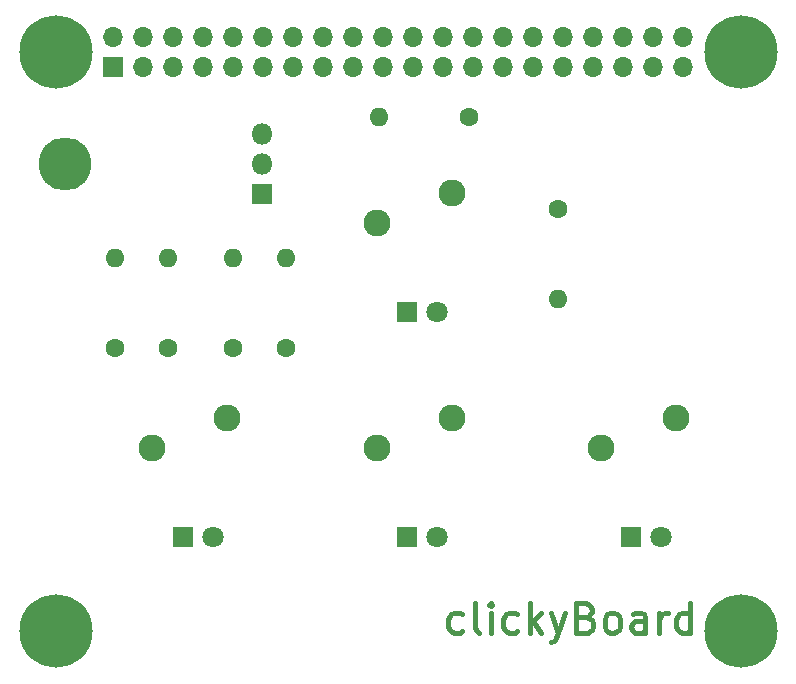
<source format=gts>
G04 #@! TF.FileFunction,Soldermask,Top*
%FSLAX46Y46*%
G04 Gerber Fmt 4.6, Leading zero omitted, Abs format (unit mm)*
G04 Created by KiCad (PCBNEW 4.0.6) date 07/22/17 01:00:57*
%MOMM*%
%LPD*%
G01*
G04 APERTURE LIST*
%ADD10C,0.100000*%
%ADD11C,0.400000*%
%ADD12C,2.750000*%
%ADD13C,6.200000*%
%ADD14O,4.500000X4.500000*%
%ADD15R,1.800000X1.800000*%
%ADD16O,1.800000X1.800000*%
%ADD17C,1.800000*%
%ADD18R,1.700000X1.700000*%
%ADD19O,1.700000X1.700000*%
%ADD20C,2.286000*%
%ADD21C,1.600000*%
%ADD22O,1.600000X1.600000*%
G04 APERTURE END LIST*
D10*
D11*
X81952381Y-126011905D02*
X81714285Y-126130952D01*
X81238095Y-126130952D01*
X81000000Y-126011905D01*
X80880952Y-125892857D01*
X80761904Y-125654762D01*
X80761904Y-124940476D01*
X80880952Y-124702381D01*
X81000000Y-124583333D01*
X81238095Y-124464286D01*
X81714285Y-124464286D01*
X81952381Y-124583333D01*
X83380952Y-126130952D02*
X83142857Y-126011905D01*
X83023809Y-125773810D01*
X83023809Y-123630952D01*
X84333333Y-126130952D02*
X84333333Y-124464286D01*
X84333333Y-123630952D02*
X84214285Y-123750000D01*
X84333333Y-123869048D01*
X84452381Y-123750000D01*
X84333333Y-123630952D01*
X84333333Y-123869048D01*
X86595238Y-126011905D02*
X86357142Y-126130952D01*
X85880952Y-126130952D01*
X85642857Y-126011905D01*
X85523809Y-125892857D01*
X85404761Y-125654762D01*
X85404761Y-124940476D01*
X85523809Y-124702381D01*
X85642857Y-124583333D01*
X85880952Y-124464286D01*
X86357142Y-124464286D01*
X86595238Y-124583333D01*
X87666666Y-126130952D02*
X87666666Y-123630952D01*
X87904761Y-125178571D02*
X88619047Y-126130952D01*
X88619047Y-124464286D02*
X87666666Y-125416667D01*
X89452381Y-124464286D02*
X90047619Y-126130952D01*
X90642857Y-124464286D02*
X90047619Y-126130952D01*
X89809524Y-126726190D01*
X89690476Y-126845238D01*
X89452381Y-126964286D01*
X92428571Y-124821429D02*
X92785714Y-124940476D01*
X92904762Y-125059524D01*
X93023810Y-125297619D01*
X93023810Y-125654762D01*
X92904762Y-125892857D01*
X92785714Y-126011905D01*
X92547619Y-126130952D01*
X91595238Y-126130952D01*
X91595238Y-123630952D01*
X92428571Y-123630952D01*
X92666667Y-123750000D01*
X92785714Y-123869048D01*
X92904762Y-124107143D01*
X92904762Y-124345238D01*
X92785714Y-124583333D01*
X92666667Y-124702381D01*
X92428571Y-124821429D01*
X91595238Y-124821429D01*
X94452381Y-126130952D02*
X94214286Y-126011905D01*
X94095238Y-125892857D01*
X93976190Y-125654762D01*
X93976190Y-124940476D01*
X94095238Y-124702381D01*
X94214286Y-124583333D01*
X94452381Y-124464286D01*
X94809524Y-124464286D01*
X95047619Y-124583333D01*
X95166667Y-124702381D01*
X95285714Y-124940476D01*
X95285714Y-125654762D01*
X95166667Y-125892857D01*
X95047619Y-126011905D01*
X94809524Y-126130952D01*
X94452381Y-126130952D01*
X97428572Y-126130952D02*
X97428572Y-124821429D01*
X97309524Y-124583333D01*
X97071429Y-124464286D01*
X96595238Y-124464286D01*
X96357143Y-124583333D01*
X97428572Y-126011905D02*
X97190476Y-126130952D01*
X96595238Y-126130952D01*
X96357143Y-126011905D01*
X96238095Y-125773810D01*
X96238095Y-125535714D01*
X96357143Y-125297619D01*
X96595238Y-125178571D01*
X97190476Y-125178571D01*
X97428572Y-125059524D01*
X98619048Y-126130952D02*
X98619048Y-124464286D01*
X98619048Y-124940476D02*
X98738096Y-124702381D01*
X98857143Y-124583333D01*
X99095239Y-124464286D01*
X99333334Y-124464286D01*
X101238096Y-126130952D02*
X101238096Y-123630952D01*
X101238096Y-126011905D02*
X101000000Y-126130952D01*
X100523810Y-126130952D01*
X100285715Y-126011905D01*
X100166667Y-125892857D01*
X100047619Y-125654762D01*
X100047619Y-124940476D01*
X100166667Y-124702381D01*
X100285715Y-124583333D01*
X100523810Y-124464286D01*
X101000000Y-124464286D01*
X101238096Y-124583333D01*
D12*
X105500000Y-126000000D03*
X47500000Y-126000000D03*
X47500000Y-77000000D03*
D13*
X105500000Y-77000000D03*
D14*
X48340000Y-86460000D03*
D15*
X65000000Y-89000000D03*
D16*
X65000000Y-86460000D03*
X65000000Y-83920000D03*
D13*
X47500000Y-126000000D03*
X105500000Y-126000000D03*
D12*
X105500000Y-77000000D03*
D15*
X77250000Y-99000000D03*
D17*
X79790000Y-99000000D03*
D15*
X58250000Y-118000000D03*
D17*
X60790000Y-118000000D03*
D15*
X77250000Y-118000000D03*
D17*
X79790000Y-118000000D03*
D15*
X96250000Y-118000000D03*
D17*
X98790000Y-118000000D03*
D18*
X52370000Y-78270000D03*
D19*
X52370000Y-75730000D03*
X54910000Y-78270000D03*
X54910000Y-75730000D03*
X57450000Y-78270000D03*
X57450000Y-75730000D03*
X59990000Y-78270000D03*
X59990000Y-75730000D03*
X62530000Y-78270000D03*
X62530000Y-75730000D03*
X65070000Y-78270000D03*
X65070000Y-75730000D03*
X67610000Y-78270000D03*
X67610000Y-75730000D03*
X70150000Y-78270000D03*
X70150000Y-75730000D03*
X72690000Y-78270000D03*
X72690000Y-75730000D03*
X75230000Y-78270000D03*
X75230000Y-75730000D03*
X77770000Y-78270000D03*
X77770000Y-75730000D03*
X80310000Y-78270000D03*
X80310000Y-75730000D03*
X82850000Y-78270000D03*
X82850000Y-75730000D03*
X85390000Y-78270000D03*
X85390000Y-75730000D03*
X87930000Y-78270000D03*
X87930000Y-75730000D03*
X90470000Y-78270000D03*
X90470000Y-75730000D03*
X93010000Y-78270000D03*
X93010000Y-75730000D03*
X95550000Y-78270000D03*
X95550000Y-75730000D03*
X98090000Y-78270000D03*
X98090000Y-75730000D03*
X100630000Y-78270000D03*
X100630000Y-75730000D03*
D20*
X81040000Y-88920000D03*
X74690000Y-91460000D03*
X62040000Y-107920000D03*
X55690000Y-110460000D03*
X81040000Y-107920000D03*
X74690000Y-110460000D03*
X100040000Y-107920000D03*
X93690000Y-110460000D03*
D13*
X47500000Y-77000000D03*
D21*
X90000000Y-90250000D03*
D22*
X90000000Y-97870000D03*
D21*
X82500000Y-82500000D03*
D22*
X74880000Y-82500000D03*
D21*
X62500000Y-102000000D03*
D22*
X62500000Y-94380000D03*
D21*
X67000000Y-102000000D03*
D22*
X67000000Y-94380000D03*
D21*
X52500000Y-102000000D03*
D22*
X52500000Y-94380000D03*
D21*
X57000000Y-102000000D03*
D22*
X57000000Y-94380000D03*
M02*

</source>
